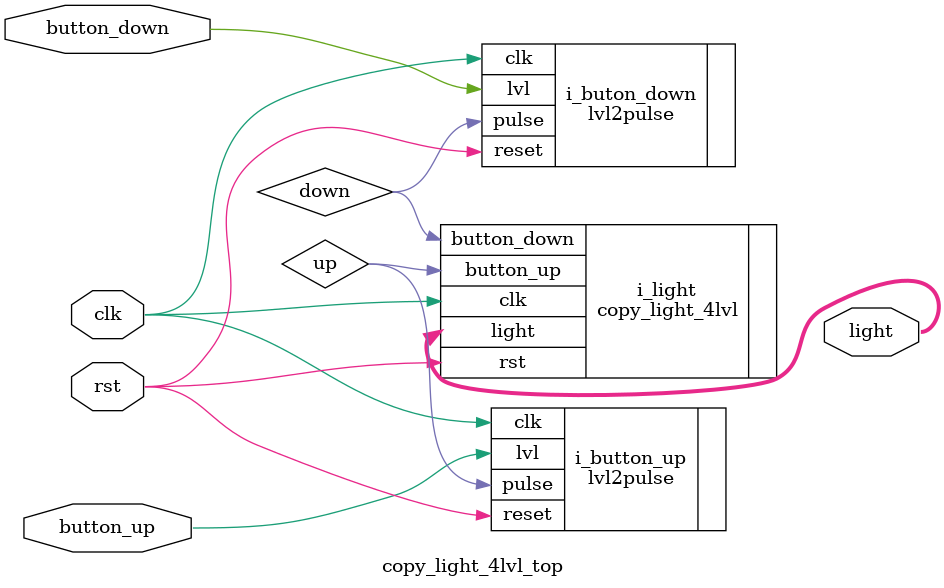
<source format=v>
module copy_light_4lvl_top
(
    input clk,
    input  rst,
    input button_up,
    input button_down,
    output [1:0] light
);

wire up;
wire down;

lvl2pulse i_button_up
(
    .reset (rst),
    .clk (clk),
    .lvl (button_up),
    .pulse (up)
);

lvl2pulse i_buton_down
(
    .reset (rst),
    .clk (clk),
    .lvl (button_down),
    .pulse (down)
);

copy_light_4lvl i_light
(
    .rst (rst),
    .clk (clk),
    .button_up (up),
    .button_down (down),
    .light (light)
);

endmodule

</source>
